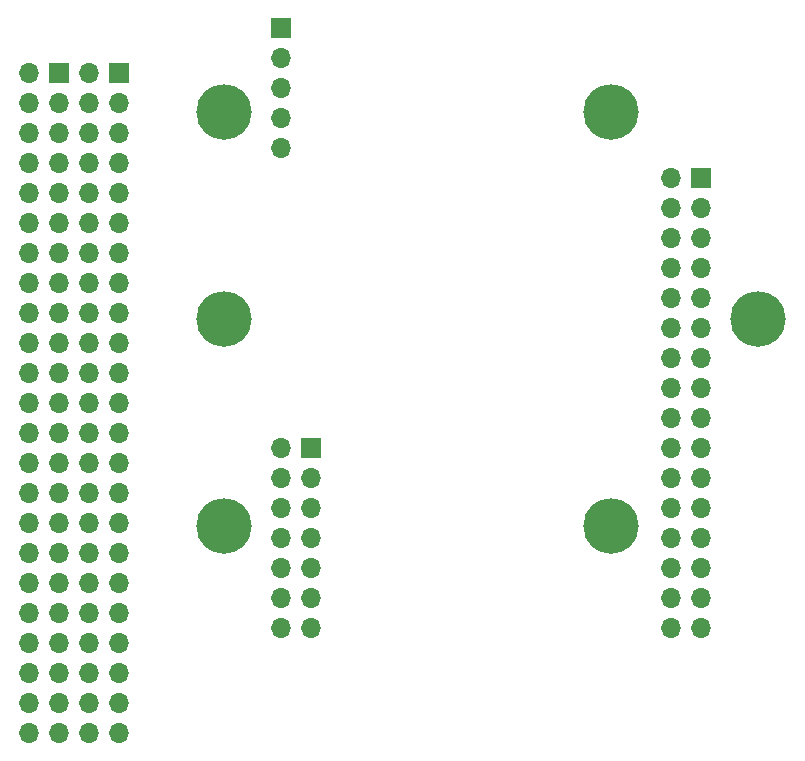
<source format=gbr>
%TF.GenerationSoftware,KiCad,Pcbnew,(5.1.7)-1*%
%TF.CreationDate,2023-11-14T09:03:03-07:00*%
%TF.ProjectId,SIOST,53494f53-542e-46b6-9963-61645f706362,rev?*%
%TF.SameCoordinates,PX6a95280PY5a1c5c0*%
%TF.FileFunction,Soldermask,Top*%
%TF.FilePolarity,Negative*%
%FSLAX46Y46*%
G04 Gerber Fmt 4.6, Leading zero omitted, Abs format (unit mm)*
G04 Created by KiCad (PCBNEW (5.1.7)-1) date 2023-11-14 09:03:03*
%MOMM*%
%LPD*%
G01*
G04 APERTURE LIST*
%ADD10O,1.700000X1.700000*%
%ADD11R,1.700000X1.700000*%
%ADD12C,4.700000*%
G04 APERTURE END LIST*
D10*
%TO.C,J4*%
X23876000Y11176000D03*
X26416000Y11176000D03*
X23876000Y13716000D03*
X26416000Y13716000D03*
X23876000Y16256000D03*
X26416000Y16256000D03*
X23876000Y18796000D03*
X26416000Y18796000D03*
X23876000Y21336000D03*
X26416000Y21336000D03*
X23876000Y23876000D03*
X26416000Y23876000D03*
X23876000Y26416000D03*
D11*
X26416000Y26416000D03*
%TD*%
D12*
%TO.C,REF\u002A\u002A*%
X64262000Y37338000D03*
%TD*%
%TO.C,REF\u002A\u002A*%
X51816000Y19812000D03*
%TD*%
%TO.C,REF\u002A\u002A*%
X19050000Y54864000D03*
%TD*%
%TO.C,REF\u002A\u002A*%
X19050000Y37338000D03*
%TD*%
%TO.C,REF\u002A\u002A*%
X51816000Y54864000D03*
%TD*%
D10*
%TO.C,J2*%
X2540000Y2286000D03*
X5080000Y2286000D03*
X2540000Y4826000D03*
X5080000Y4826000D03*
X2540000Y7366000D03*
X5080000Y7366000D03*
X2540000Y9906000D03*
X5080000Y9906000D03*
X2540000Y12446000D03*
X5080000Y12446000D03*
X2540000Y14986000D03*
X5080000Y14986000D03*
X2540000Y17526000D03*
X5080000Y17526000D03*
X2540000Y20066000D03*
X5080000Y20066000D03*
X2540000Y22606000D03*
X5080000Y22606000D03*
X2540000Y25146000D03*
X5080000Y25146000D03*
X2540000Y27686000D03*
X5080000Y27686000D03*
X2540000Y30226000D03*
X5080000Y30226000D03*
X2540000Y32766000D03*
X5080000Y32766000D03*
X2540000Y35306000D03*
X5080000Y35306000D03*
X2540000Y37846000D03*
X5080000Y37846000D03*
X2540000Y40386000D03*
X5080000Y40386000D03*
X2540000Y42926000D03*
X5080000Y42926000D03*
X2540000Y45466000D03*
X5080000Y45466000D03*
X2540000Y48006000D03*
X5080000Y48006000D03*
X2540000Y50546000D03*
X5080000Y50546000D03*
X2540000Y53086000D03*
X5080000Y53086000D03*
X2540000Y55626000D03*
X5080000Y55626000D03*
X2540000Y58166000D03*
D11*
X5080000Y58166000D03*
%TD*%
D10*
%TO.C,J5*%
X56896000Y11176000D03*
X59436000Y11176000D03*
X56896000Y13716000D03*
X59436000Y13716000D03*
X56896000Y16256000D03*
X59436000Y16256000D03*
X56896000Y18796000D03*
X59436000Y18796000D03*
X56896000Y21336000D03*
X59436000Y21336000D03*
X56896000Y23876000D03*
X59436000Y23876000D03*
X56896000Y26416000D03*
X59436000Y26416000D03*
X56896000Y28956000D03*
X59436000Y28956000D03*
X56896000Y31496000D03*
X59436000Y31496000D03*
X56896000Y34036000D03*
X59436000Y34036000D03*
X56896000Y36576000D03*
X59436000Y36576000D03*
X56896000Y39116000D03*
X59436000Y39116000D03*
X56896000Y41656000D03*
X59436000Y41656000D03*
X56896000Y44196000D03*
X59436000Y44196000D03*
X56896000Y46736000D03*
X59436000Y46736000D03*
X56896000Y49276000D03*
D11*
X59436000Y49276000D03*
%TD*%
D10*
%TO.C,J3*%
X7620000Y2286000D03*
X10160000Y2286000D03*
X7620000Y4826000D03*
X10160000Y4826000D03*
X7620000Y7366000D03*
X10160000Y7366000D03*
X7620000Y9906000D03*
X10160000Y9906000D03*
X7620000Y12446000D03*
X10160000Y12446000D03*
X7620000Y14986000D03*
X10160000Y14986000D03*
X7620000Y17526000D03*
X10160000Y17526000D03*
X7620000Y20066000D03*
X10160000Y20066000D03*
X7620000Y22606000D03*
X10160000Y22606000D03*
X7620000Y25146000D03*
X10160000Y25146000D03*
X7620000Y27686000D03*
X10160000Y27686000D03*
X7620000Y30226000D03*
X10160000Y30226000D03*
X7620000Y32766000D03*
X10160000Y32766000D03*
X7620000Y35306000D03*
X10160000Y35306000D03*
X7620000Y37846000D03*
X10160000Y37846000D03*
X7620000Y40386000D03*
X10160000Y40386000D03*
X7620000Y42926000D03*
X10160000Y42926000D03*
X7620000Y45466000D03*
X10160000Y45466000D03*
X7620000Y48006000D03*
X10160000Y48006000D03*
X7620000Y50546000D03*
X10160000Y50546000D03*
X7620000Y53086000D03*
X10160000Y53086000D03*
X7620000Y55626000D03*
X10160000Y55626000D03*
X7620000Y58166000D03*
D11*
X10160000Y58166000D03*
%TD*%
D12*
%TO.C,REF\u002A\u002A*%
X19050000Y19812000D03*
%TD*%
D11*
%TO.C,J1*%
X23876000Y61976000D03*
D10*
X23876000Y59436000D03*
X23876000Y56896000D03*
X23876000Y54356000D03*
X23876000Y51816000D03*
%TD*%
M02*

</source>
